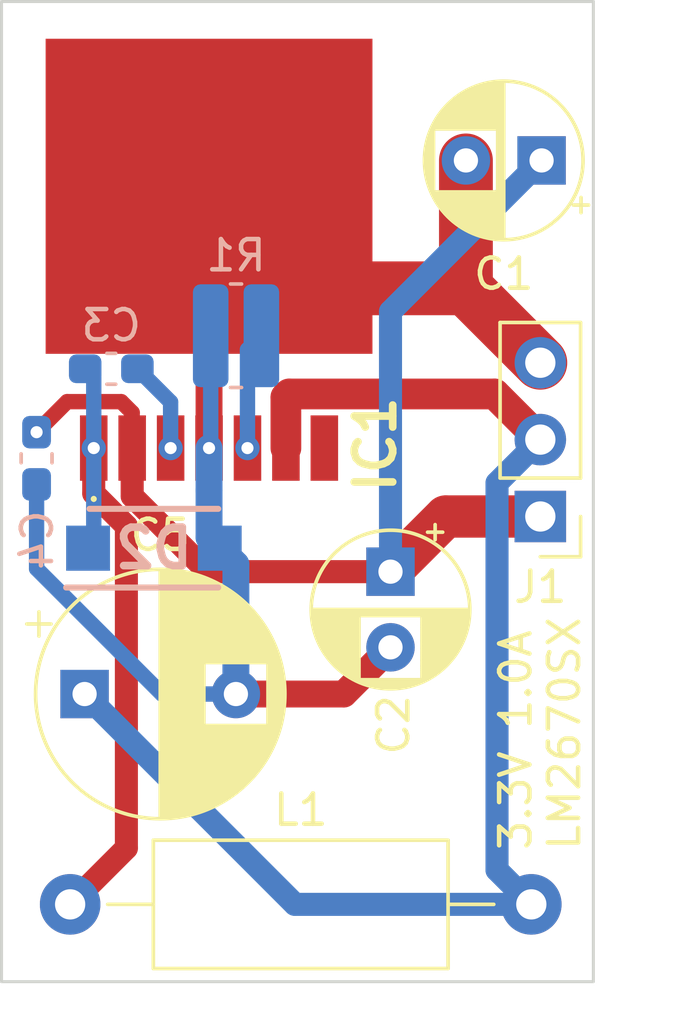
<source format=kicad_pcb>
(kicad_pcb (version 20221018) (generator pcbnew)
  (layers (0 "F.Cu" signal) (31 "B.Cu" signal) (34 "B.Paste" user) (35 "F.Paste" user) (36 "B.SilkS" user "B.Silkscreen") (37 "F.SilkS" user "F.Silkscreen") (38 "B.Mask" user) (39 "F.Mask" user) (44 "Edge.Cuts" user))
  (net 0 "")
  (net 1 "+VDC")
  (net 2 "GND")
  (net 3 "Net-(IC1-CBOOST{slash}CB)")
  (net 4 "Net-(IC1-SWITCH_OUTPUT)")
  (net 5 "+3V3")
  (net 6 "Net-(IC1-SYNC)")
  (footprint "Connector_PinHeader_2.54mm:PinHeader_1x03_P2.54mm_Vertical" (layer "F.Cu") (at 188.7477 101.4702 180)
    (fp_text reference "J1" (at 0 -2.33 180) (layer "F.SilkS"))
    (fp_text value "Conn_01x03")
    (fp_line (start -1.33 -1.33) (end 0 -1.33) (stroke (width 0.12)) (layer "F.SilkS"))
    (fp_line (start -1.33 0) (end -1.33 -1.33) (stroke (width 0.12)) (layer "F.SilkS"))
    (fp_line (start -1.33 1.27) (end -1.33 6.41) (stroke (width 0.12)) (layer "F.SilkS"))
    (fp_line (start -1.33 1.27) (end 1.33 1.27) (stroke (width 0.12)) (layer "F.SilkS"))
    (fp_line (start -1.33 6.41) (end 1.33 6.41) (stroke (width 0.12)) (layer "F.SilkS"))
    (fp_line (start 1.33 1.27) (end 1.33 6.41) (stroke (width 0.12)) (layer "F.SilkS"))
    (pad "1" thru_hole rect (at 0 0 180) (size 1.7 1.7) (drill 1) (layers "*.Cu" "*.Mask") (net 1 "+VDC"))
    (pad "2" thru_hole oval (at 0 2.54 180) (size 1.7 1.7) (drill 1) (layers "*.Cu" "*.Mask") (net 5 "+3V3"))
    (pad "3" thru_hole oval (at 0 5.08 180) (size 1.7 1.7) (drill 1) (layers "*.Cu" "*.Mask") (net 2 "GND"))
  )
  (footprint "Capacitor_THT:CP_Radial_D5.0mm_P2.50mm" (layer "F.Cu") (at 183.796514 103.293055 -90)
    (fp_text reference "C2" (at 5.063043 -0.099899 90) (layer "F.SilkS"))
    (fp_text value "15uF")
    (fp_line (start -1.554775 -1.475) (end -1.054775 -1.475) (stroke (width 0.12)) (layer "F.SilkS"))
    (fp_line (start -1.304775 -1.725) (end -1.304775 -1.225) (stroke (width 0.12)) (layer "F.SilkS"))
    (fp_line (start 1.25 -2.58) (end 1.25 2.58) (stroke (width 0.12)) (layer "F.SilkS"))
    (fp_line (start 1.29 -2.58) (end 1.29 2.58) (stroke (width 0.12)) (layer "F.SilkS"))
    (fp_line (start 1.33 -2.579) (end 1.33 2.579) (stroke (width 0.12)) (layer "F.SilkS"))
    (fp_line (start 1.37 -2.578) (end 1.37 2.578) (stroke (width 0.12)) (layer "F.SilkS"))
    (fp_line (start 1.41 -2.576) (end 1.41 2.576) (stroke (width 0.12)) (layer "F.SilkS"))
    (fp_line (start 1.45 -2.573) (end 1.45 2.573) (stroke (width 0.12)) (layer "F.SilkS"))
    (fp_line (start 1.49 -2.569) (end 1.49 -1.04) (stroke (width 0.12)) (layer "F.SilkS"))
    (fp_line (start 1.49 1.04) (end 1.49 2.569) (stroke (width 0.12)) (layer "F.SilkS"))
    (fp_line (start 1.53 -2.565) (end 1.53 -1.04) (stroke (width 0.12)) (layer "F.SilkS"))
    (fp_line (start 1.53 1.04) (end 1.53 2.565) (stroke (width 0.12)) (layer "F.SilkS"))
    (fp_line (start 1.57 -2.561) (end 1.57 -1.04) (stroke (width 0.12)) (layer "F.SilkS"))
    (fp_line (start 1.57 1.04) (end 1.57 2.561) (stroke (width 0.12)) (layer "F.SilkS"))
    (fp_line (start 1.61 -2.556) (end 1.61 -1.04) (stroke (width 0.12)) (layer "F.SilkS"))
    (fp_line (start 1.61 1.04) (end 1.61 2.556) (stroke (width 0.12)) (layer "F.SilkS"))
    (fp_line (start 1.65 -2.55) (end 1.65 -1.04) (stroke (width 0.12)) (layer "F.SilkS"))
    (fp_line (start 1.65 1.04) (end 1.65 2.55) (stroke (width 0.12)) (layer "F.SilkS"))
    (fp_line (start 1.69 -2.543) (end 1.69 -1.04) (stroke (width 0.12)) (layer "F.SilkS"))
    (fp_line (start 1.69 1.04) (end 1.69 2.543) (stroke (width 0.12)) (layer "F.SilkS"))
    (fp_line (start 1.73 -2.536) (end 1.73 -1.04) (stroke (width 0.12)) (layer "F.SilkS"))
    (fp_line (start 1.73 1.04) (end 1.73 2.536) (stroke (width 0.12)) (layer "F.SilkS"))
    (fp_line (start 1.77 -2.528) (end 1.77 -1.04) (stroke (width 0.12)) (layer "F.SilkS"))
    (fp_line (start 1.77 1.04) (end 1.77 2.528) (stroke (width 0.12)) (layer "F.SilkS"))
    (fp_line (start 1.81 -2.52) (end 1.81 -1.04) (stroke (width 0.12)) (layer "F.SilkS"))
    (fp_line (start 1.81 1.04) (end 1.81 2.52) (stroke (width 0.12)) (layer "F.SilkS"))
    (fp_line (start 1.85 -2.511) (end 1.85 -1.04) (stroke (width 0.12)) (layer "F.SilkS"))
    (fp_line (start 1.85 1.04) (end 1.85 2.511) (stroke (width 0.12)) (layer "F.SilkS"))
    (fp_line (start 1.89 -2.501) (end 1.89 -1.04) (stroke (width 0.12)) (layer "F.SilkS"))
    (fp_line (start 1.89 1.04) (end 1.89 2.501) (stroke (width 0.12)) (layer "F.SilkS"))
    (fp_line (start 1.93 -2.491) (end 1.93 -1.04) (stroke (width 0.12)) (layer "F.SilkS"))
    (fp_line (start 1.93 1.04) (end 1.93 2.491) (stroke (width 0.12)) (layer "F.SilkS"))
    (fp_line (start 1.971 -2.48) (end 1.971 -1.04) (stroke (width 0.12)) (layer "F.SilkS"))
    (fp_line (start 1.971 1.04) (end 1.971 2.48) (stroke (width 0.12)) (layer "F.SilkS"))
    (fp_line (start 2.011 -2.468) (end 2.011 -1.04) (stroke (width 0.12)) (layer "F.SilkS"))
    (fp_line (start 2.011 1.04) (end 2.011 2.468) (stroke (width 0.12)) (layer "F.SilkS"))
    (fp_line (start 2.051 -2.455) (end 2.051 -1.04) (stroke (width 0.12)) (layer "F.SilkS"))
    (fp_line (start 2.051 1.04) (end 2.051 2.455) (stroke (width 0.12)) (layer "F.SilkS"))
    (fp_line (start 2.091 -2.442) (end 2.091 -1.04) (stroke (width 0.12)) (layer "F.SilkS"))
    (fp_line (start 2.091 1.04) (end 2.091 2.442) (stroke (width 0.12)) (layer "F.SilkS"))
    (fp_line (start 2.131 -2.428) (end 2.131 -1.04) (stroke (width 0.12)) (layer "F.SilkS"))
    (fp_line (start 2.131 1.04) (end 2.131 2.428) (stroke (width 0.12)) (layer "F.SilkS"))
    (fp_line (start 2.171 -2.414) (end 2.171 -1.04) (stroke (width 0.12)) (layer "F.SilkS"))
    (fp_line (start 2.171 1.04) (end 2.171 2.414) (stroke (width 0.12)) (layer "F.SilkS"))
    (fp_line (start 2.211 -2.398) (end 2.211 -1.04) (stroke (width 0.12)) (layer "F.SilkS"))
    (fp_line (start 2.211 1.04) (end 2.211 2.398) (stroke (width 0.12)) (layer "F.SilkS"))
    (fp_line (start 2.251 -2.382) (end 2.251 -1.04) (stroke (width 0.12)) (layer "F.SilkS"))
    (fp_line (start 2.251 1.04) (end 2.251 2.382) (stroke (width 0.12)) (layer "F.SilkS"))
    (fp_line (start 2.291 -2.365) (end 2.291 -1.04) (stroke (width 0.12)) (layer "F.SilkS"))
    (fp_line (start 2.291 1.04) (end 2.291 2.365) (stroke (width 0.12)) (layer "F.SilkS"))
    (fp_line (start 2.331 -2.348) (end 2.331 -1.04) (stroke (width 0.12)) (layer "F.SilkS"))
    (fp_line (start 2.331 1.04) (end 2.331 2.348) (stroke (width 0.12)) (layer "F.SilkS"))
    (fp_line (start 2.371 -2.329) (end 2.371 -1.04) (stroke (width 0.12)) (layer "F.SilkS"))
    (fp_line (start 2.371 1.04) (end 2.371 2.329) (stroke (width 0.12)) (layer "F.SilkS"))
    (fp_line (start 2.411 -2.31) (end 2.411 -1.04) (stroke (width 0.12)) (layer "F.SilkS"))
    (fp_line (start 2.411 1.04) (end 2.411 2.31) (stroke (width 0.12)) (layer "F.SilkS"))
    (fp_line (start 2.451 -2.29) (end 2.451 -1.04) (stroke (width 0.12)) (layer "F.SilkS"))
    (fp_line (start 2.451 1.04) (end 2.451 2.29) (stroke (width 0.12)) (layer "F.SilkS"))
    (fp_line (start 2.491 -2.268) (end 2.491 -1.04) (stroke (width 0.12)) (layer "F.SilkS"))
    (fp_line (start 2.491 1.04) (end 2.491 2.268) (stroke (width 0.12)) (layer "F.SilkS"))
    (fp_line (start 2.531 -2.247) (end 2.531 -1.04) (stroke (width 0.12)) (layer "F.SilkS"))
    (fp_line (start 2.531 1.04) (end 2.531 2.247) (stroke (width 0.12)) (layer "F.SilkS"))
    (fp_line (start 2.571 -2.224) (end 2.571 -1.04) (stroke (width 0.12)) (layer "F.SilkS"))
    (fp_line (start 2.571 1.04) (end 2.571 2.224) (stroke (width 0.12)) (layer "F.SilkS"))
    (fp_line (start 2.611 -2.2) (end 2.611 -1.04) (stroke (width 0.12)) (layer "F.SilkS"))
    (fp_line (start 2.611 1.04) (end 2.611 2.2) (stroke (width 0.12)) (layer "F.SilkS"))
    (fp_line (start 2.651 -2.175) (end 2.651 -1.04) (stroke (width 0.12)) (layer "F.SilkS"))
    (fp_line (start 2.651 1.04) (end 2.651 2.175) (stroke (width 0.12)) (layer "F.SilkS"))
    (fp_line (start 2.691 -2.149) (end 2.691 -1.04) (stroke (width 0.12)) (layer "F.SilkS"))
    (fp_line (start 2.691 1.04) (end 2.691 2.149) (stroke (width 0.12)) (layer "F.SilkS"))
    (fp_line (start 2.731 -2.122) (end 2.731 -1.04) (stroke (width 0.12)) (layer "F.SilkS"))
    (fp_line (start 2.731 1.04) (end 2.731 2.122) (stroke (width 0.12)) (layer "F.SilkS"))
    (fp_line (start 2.771 -2.095) (end 2.771 -1.04) (stroke (width 0.12)) (layer "F.SilkS"))
    (fp_line (start 2.771 1.04) (end 2.771 2.095) (stroke (width 0.12)) (layer "F.SilkS"))
    (fp_line (start 2.811 -2.065) (end 2.811 -1.04) (stroke (width 0.12)) (layer "F.SilkS"))
    (fp_line (start 2.811 1.04) (end 2.811 2.065) (stroke (width 0.12)) (layer "F.SilkS"))
    (fp_line (start 2.851 -2.035) (end 2.851 -1.04) (stroke (width 0.12)) (layer "F.SilkS"))
    (fp_line (start 2.851 1.04) (end 2.851 2.035) (stroke (width 0.12)) (layer "F.SilkS"))
    (fp_line (start 2.891 -2.004) (end 2.891 -1.04) (stroke (width 0.12)) (layer "F.SilkS"))
    (fp_line (start 2.891 1.04) (end 2.891 2.004) (stroke (width 0.12)) (layer "F.SilkS"))
    (fp_line (start 2.931 -1.971) (end 2.931 -1.04) (stroke (width 0.12)) (layer "F.SilkS"))
    (fp_line (start 2.931 1.04) (end 2.931 1.971) (stroke (width 0.12)) (layer "F.SilkS"))
    (fp_line (start 2.971 -1.937) (end 2.971 -1.04) (stroke (width 0.12)) (layer "F.SilkS"))
    (fp_line (start 2.971 1.04) (end 2.971 1.937) (stroke (width 0.12)) (layer "F.SilkS"))
    (fp_line (start 3.011 -1.901) (end 3.011 -1.04) (stroke (width 0.12)) (layer "F.SilkS"))
    (fp_line (start 3.011 1.04) (end 3.011 1.901) (stroke (width 0.12)) (layer "F.SilkS"))
    (fp_line (start 3.051 -1.864) (end 3.051 -1.04) (stroke (width 0.12)) (layer "F.SilkS"))
    (fp_line (start 3.051 1.04) (end 3.051 1.864) (stroke (width 0.12)) (layer "F.SilkS"))
    (fp_line (start 3.091 -1.826) (end 3.091 -1.04) (stroke (width 0.12)) (layer "F.SilkS"))
    (fp_line (start 3.091 1.04) (end 3.091 1.826) (stroke (width 0.12)) (layer "F.SilkS"))
    (fp_line (start 3.131 -1.785) (end 3.131 -1.04) (stroke (width 0.12)) (layer "F.SilkS"))
    (fp_line (start 3.131 1.04) (end 3.131 1.785) (stroke (width 0.12)) (layer "F.SilkS"))
    (fp_line (start 3.171 -1.743) (end 3.171 -1.04) (stroke (width 0.12)) (layer "F.SilkS"))
    (fp_line (start 3.171 1.04) (end 3.171 1.743) (stroke (width 0.12)) (layer "F.SilkS"))
    (fp_line (start 3.211 -1.699) (end 3.211 -1.04) (stroke (width 0.12)) (layer "F.SilkS"))
    (fp_line (start 3.211 1.04) (end 3.211 1.699) (stroke (width 0.12)) (layer "F.SilkS"))
    (fp_line (start 3.251 -1.653) (end 3.251 -1.04) (stroke (width 0.12)) (layer "F.SilkS"))
    (fp_line (start 3.251 1.04) (end 3.251 1.653) (stroke (width 0.12)) (layer "F.SilkS"))
    (fp_line (start 3.291 -1.605) (end 3.291 -1.04) (stroke (width 0.12)) (layer "F.SilkS"))
    (fp_line (start 3.291 1.04) (end 3.291 1.605) (stroke (width 0.12)) (layer "F.SilkS"))
    (fp_line (start 3.331 -1.554) (end 3.331 -1.04) (stroke (width 0.12)) (layer "F.SilkS"))
    (fp_line (start 3.331 1.04) (end 3.331 1.554) (stroke (width 0.12)) (layer "F.SilkS"))
    (fp_line (start 3.371 -1.5) (end 3.371 -1.04) (stroke (width 0.12)) (layer "F.SilkS"))
    (fp_line (start 3.371 1.04) (end 3.371 1.5) (stroke (width 0.12)) (layer "F.SilkS"))
    (fp_line (start 3.411 -1.443) (end 3.411 -1.04) (stroke (width 0.12)) (layer "F.SilkS"))
    (fp_line (start 3.411 1.04) (end 3.411 1.443) (stroke (width 0.12)) (layer "F.SilkS"))
    (fp_line (start 3.451 -1.383) (end 3.451 -1.04) (stroke (width 0.12)) (layer "F.SilkS"))
    (fp_line (start 3.451 1.04) (end 3.451 1.383) (stroke (width 0.12)) (layer "F.SilkS"))
    (fp_line (start 3.491 -1.319) (end 3.491 -1.04) (stroke (width 0.12)) (layer "F.SilkS"))
    (fp_line (start 3.491 1.04) (end 3.491 1.319) (stroke (width 0.12)) (layer "F.SilkS"))
    (fp_line (start 3.531 -1.251) (end 3.531 -1.04) (stroke (width 0.12)) (layer "F.SilkS"))
    (fp_line (start 3.531 1.04) (end 3.531 1.251) (stroke (width 0.12)) (layer "F.SilkS"))
    (fp_line (start 3.571 -1.178) (end 3.571 1.178) (stroke (width 0.12)) (layer "F.SilkS"))
    (fp_line (start 3.611 -1.098) (end 3.611 1.098) (stroke (width 0.12)) (layer "F.SilkS"))
    (fp_line (start 3.651 -1.011) (end 3.651 1.011) (stroke (width 0.12)) (layer "F.SilkS"))
    (fp_line (start 3.691 -0.915) (end 3.691 0.915) (stroke (width 0.12)) (layer "F.SilkS"))
    (fp_line (start 3.731 -0.805) (end 3.731 0.805) (stroke (width 0.12)) (layer "F.SilkS"))
    (fp_line (start 3.771 -0.677) (end 3.771 0.677) (stroke (width 0.12)) (layer "F.SilkS"))
    (fp_line (start 3.811 -0.518) (end 3.811 0.518) (stroke (width 0.12)) (layer "F.SilkS"))
    (fp_line (start 3.851 -0.284) (end 3.851 0.284) (stroke (width 0.12)) (layer "F.SilkS"))
    (fp_circle (center 1.25 0) (end 3.87 0) (stroke (width 0.12)) (fill none) (layer "F.SilkS"))
    (pad "1" thru_hole rect (at 0 0 270) (size 1.6 1.6) (drill 0.8) (layers "*.Cu" "*.Mask") (net 1 "+VDC"))
    (pad "2" thru_hole circle (at 2.5 0 270) (size 1.6 1.6) (drill 0.8) (layers "*.Cu" "*.Mask") (net 2 "GND"))
  )
  (footprint "Capacitor_THT:CP_Radial_D5.0mm_P2.50mm" (layer "F.Cu") (at 188.788945 89.705684 180)
    (fp_text reference "C1" (at 1.25 -3.75) (layer "F.SilkS"))
    (fp_text value "15uF")
    (fp_line (start -1.554775 -1.475) (end -1.054775 -1.475) (stroke (width 0.12)) (layer "F.SilkS"))
    (fp_line (start -1.304775 -1.725) (end -1.304775 -1.225) (stroke (width 0.12)) (layer "F.SilkS"))
    (fp_line (start 1.25 -2.58) (end 1.25 2.58) (stroke (width 0.12)) (layer "F.SilkS"))
    (fp_line (start 1.29 -2.58) (end 1.29 2.58) (stroke (width 0.12)) (layer "F.SilkS"))
    (fp_line (start 1.33 -2.579) (end 1.33 2.579) (stroke (width 0.12)) (layer "F.SilkS"))
    (fp_line (start 1.37 -2.578) (end 1.37 2.578) (stroke (width 0.12)) (layer "F.SilkS"))
    (fp_line (start 1.41 -2.576) (end 1.41 2.576) (stroke (width 0.12)) (layer "F.SilkS"))
    (fp_line (start 1.45 -2.573) (end 1.45 2.573) (stroke (width 0.12)) (layer "F.SilkS"))
    (fp_line (start 1.49 -2.569) (end 1.49 -1.04) (stroke (width 0.12)) (layer "F.SilkS"))
    (fp_line (start 1.49 1.04) (end 1.49 2.569) (stroke (width 0.12)) (layer "F.SilkS"))
    (fp_line (start 1.53 -2.565) (end 1.53 -1.04) (stroke (width 0.12)) (layer "F.SilkS"))
    (fp_line (start 1.53 1.04) (end 1.53 2.565) (stroke (width 0.12)) (layer "F.SilkS"))
    (fp_line (start 1.57 -2.561) (end 1.57 -1.04) (stroke (width 0.12)) (layer "F.SilkS"))
    (fp_line (start 1.57 1.04) (end 1.57 2.561) (stroke (width 0.12)) (layer "F.SilkS"))
    (fp_line (start 1.61 -2.556) (end 1.61 -1.04) (stroke (width 0.12)) (layer "F.SilkS"))
    (fp_line (start 1.61 1.04) (end 1.61 2.556) (stroke (width 0.12)) (layer "F.SilkS"))
    (fp_line (start 1.65 -2.55) (end 1.65 -1.04) (stroke (width 0.12)) (layer "F.SilkS"))
    (fp_line (start 1.65 1.04) (end 1.65 2.55) (stroke (width 0.12)) (layer "F.SilkS"))
    (fp_line (start 1.69 -2.543) (end 1.69 -1.04) (stroke (width 0.12)) (layer "F.SilkS"))
    (fp_line (start 1.69 1.04) (end 1.69 2.543) (stroke (width 0.12)) (layer "F.SilkS"))
    (fp_line (start 1.73 -2.536) (end 1.73 -1.04) (stroke (width 0.12)) (layer "F.SilkS"))
    (fp_line (start 1.73 1.04) (end 1.73 2.536) (stroke (width 0.12)) (layer "F.SilkS"))
    (fp_line (start 1.77 -2.528) (end 1.77 -1.04) (stroke (width 0.12)) (layer "F.SilkS"))
    (fp_line (start 1.77 1.04) (end 1.77 2.528) (stroke (width 0.12)) (layer "F.SilkS"))
    (fp_line (start 1.81 -2.52) (end 1.81 -1.04) (stroke (width 0.12)) (layer "F.SilkS"))
    (fp_line (start 1.81 1.04) (end 1.81 2.52) (stroke (width 0.12)) (layer "F.SilkS"))
    (fp_line (start 1.85 -2.511) (end 1.85 -1.04) (stroke (width 0.12)) (layer "F.SilkS"))
    (fp_line (start 1.85 1.04) (end 1.85 2.511) (stroke (width 0.12)) (layer "F.SilkS"))
    (fp_line (start 1.89 -2.501) (end 1.89 -1.04) (stroke (width 0.12)) (layer "F.SilkS"))
    (fp_line (start 1.89 1.04) (end 1.89 2.501) (stroke (width 0.12)) (layer "F.SilkS"))
    (fp_line (start 1.93 -2.491) (end 1.93 -1.04) (stroke (width 0.12)) (layer "F.SilkS"))
    (fp_line (start 1.93 1.04) (end 1.93 2.491) (stroke (width 0.12)) (layer "F.SilkS"))
    (fp_line (start 1.971 -2.48) (end 1.971 -1.04) (stroke (width 0.12)) (layer "F.SilkS"))
    (fp_line (start 1.971 1.04) (end 1.971 2.48) (stroke (width 0.12)) (layer "F.SilkS"))
    (fp_line (start 2.011 -2.468) (end 2.011 -1.04) (stroke (width 0.12)) (layer "F.SilkS"))
    (fp_line (start 2.011 1.04) (end 2.011 2.468) (stroke (width 0.12)) (layer "F.SilkS"))
    (fp_line (start 2.051 -2.455) (end 2.051 -1.04) (stroke (width 0.12)) (layer "F.SilkS"))
    (fp_line (start 2.051 1.04) (end 2.051 2.455) (stroke (width 0.12)) (layer "F.SilkS"))
    (fp_line (start 2.091 -2.442) (end 2.091 -1.04) (stroke (width 0.12)) (layer "F.SilkS"))
    (fp_line (start 2.091 1.04) (end 2.091 2.442) (stroke (width 0.12)) (layer "F.SilkS"))
    (fp_line (start 2.131 -2.428) (end 2.131 -1.04) (stroke (width 0.12)) (layer "F.SilkS"))
    (fp_line (start 2.131 1.04) (end 2.131 2.428) (stroke (width 0.12)) (layer "F.SilkS"))
    (fp_line (start 2.171 -2.414) (end 2.171 -1.04) (stroke (width 0.12)) (layer "F.SilkS"))
    (fp_line (start 2.171 1.04) (end 2.171 2.414) (stroke (width 0.12)) (layer "F.SilkS"))
    (fp_line (start 2.211 -2.398) (end 2.211 -1.04) (stroke (width 0.12)) (layer "F.SilkS"))
    (fp_line (start 2.211 1.04) (end 2.211 2.398) (stroke (width 0.12)) (layer "F.SilkS"))
    (fp_line (start 2.251 -2.382) (end 2.251 -1.04) (stroke (width 0.12)) (layer "F.SilkS"))
    (fp_line (start 2.251 1.04) (end 2.251 2.382) (stroke (width 0.12)) (layer "F.SilkS"))
    (fp_line (start 2.291 -2.365) (end 2.291 -1.04) (stroke (width 0.12)) (layer "F.SilkS"))
    (fp_line (start 2.291 1.04) (end 2.291 2.365) (stroke (width 0.12)) (layer "F.SilkS"))
    (fp_line (start 2.331 -2.348) (end 2.331 -1.04) (stroke (width 0.12)) (layer "F.SilkS"))
    (fp_line (start 2.331 1.04) (end 2.331 2.348) (stroke (width 0.12)) (layer "F.SilkS"))
    (fp_line (start 2.371 -2.329) (end 2.371 -1.04) (stroke (width 0.12)) (layer "F.SilkS"))
    (fp_line (start 2.371 1.04) (end 2.371 2.329) (stroke (width 0.12)) (layer "F.SilkS"))
    (fp_line (start 2.411 -2.31) (end 2.411 -1.04) (stroke (width 0.12)) (layer "F.SilkS"))
    (fp_line (start 2.411 1.04) (end 2.411 2.31) (stroke (width 0.12)) (layer "F.SilkS"))
    (fp_line (start 2.451 -2.29) (end 2.451 -1.04) (stroke (width 0.12)) (layer "F.SilkS"))
    (fp_line (start 2.451 1.04) (end 2.451 2.29) (stroke (width 0.12)) (layer "F.SilkS"))
    (fp_line (start 2.491 -2.268) (end 2.491 -1.04) (stroke (width 0.12)) (layer "F.SilkS"))
    (fp_line (start 2.491 1.04) (end 2.491 2.268) (stroke (width 0.12)) (layer "F.SilkS"))
    (fp_line (start 2.531 -2.247) (end 2.531 -1.04) (stroke (width 0.12)) (layer "F.SilkS"))
    (fp_line (start 2.531 1.04) (end 2.531 2.247) (stroke (width 0.12)) (layer "F.SilkS"))
    (fp_line (start 2.571 -2.224) (end 2.571 -1.04) (stroke (width 0.12)) (layer "F.SilkS"))
    (fp_line (start 2.571 1.04) (end 2.571 2.224) (stroke (width 0.12)) (layer "F.SilkS"))
    (fp_line (start 2.611 -2.2) (end 2.611 -1.04) (stroke (width 0.12)) (layer "F.SilkS"))
    (fp_line (start 2.611 1.04) (end 2.611 2.2) (stroke (width 0.12)) (layer "F.SilkS"))
    (fp_line (start 2.651 -2.175) (end 2.651 -1.04) (stroke (width 0.12)) (layer "F.SilkS"))
    (fp_line (start 2.651 1.04) (end 2.651 2.175) (stroke (width 0.12)) (layer "F.SilkS"))
    (fp_line (start 2.691 -2.149) (end 2.691 -1.04) (stroke (width 0.12)) (layer "F.SilkS"))
    (fp_line (start 2.691 1.04) (end 2.691 2.149) (stroke (width 0.12)) (layer "F.SilkS"))
    (fp_line (start 2.731 -2.122) (end 2.731 -1.04) (stroke (width 0.12)) (layer "F.SilkS"))
    (fp_line (start 2.731 1.04) (end 2.731 2.122) (stroke (width 0.12)) (layer "F.SilkS"))
    (fp_line (start 2.771 -2.095) (end 2.771 -1.04) (stroke (width 0.12)) (layer "F.SilkS"))
    (fp_line (start 2.771 1.04) (end 2.771 2.095) (stroke (width 0.12)) (layer "F.SilkS"))
    (fp_line (start 2.811 -2.065) (end 2.811 -1.04) (stroke (width 0.12)) (layer "F.SilkS"))
    (fp_line (start 2.811 1.04) (end 2.811 2.065) (stroke (width 0.12)) (layer "F.SilkS"))
    (fp_line (start 2.851 -2.035) (end 2.851 -1.04) (stroke (width 0.12)) (layer "F.SilkS"))
    (fp_line (start 2.851 1.04) (end 2.851 2.035) (stroke (width 0.12)) (layer "F.SilkS"))
    (fp_line (start 2.891 -2.004) (end 2.891 -1.04) (stroke (width 0.12)) (layer "F.SilkS"))
    (fp_line (start 2.891 1.04) (end 2.891 2.004) (stroke (width 0.12)) (layer "F.SilkS"))
    (fp_line (start 2.931 -1.971) (end 2.931 -1.04) (stroke (width 0.12)) (layer "F.SilkS"))
    (fp_line (start 2.931 1.04) (end 2.931 1.971) (stroke (width 0.12)) (layer "F.SilkS"))
    (fp_line (start 2.971 -1.937) (end 2.971 -1.04) (stroke (width 0.12)) (layer "F.SilkS"))
    (fp_line (start 2.971 1.04) (end 2.971 1.937) (stroke (width 0.12)) (layer "F.SilkS"))
    (fp_line (start 3.011 -1.901) (end 3.011 -1.04) (stroke (width 0.12)) (layer "F.SilkS"))
    (fp_line (start 3.011 1.04) (end 3.011 1.901) (stroke (width 0.12)) (layer "F.SilkS"))
    (fp_line (start 3.051 -1.864) (end 3.051 -1.04) (stroke (width 0.12)) (layer "F.SilkS"))
    (fp_line (start 3.051 1.04) (end 3.051 1.864) (stroke (width 0.12)) (layer "F.SilkS"))
    (fp_line (start 3.091 -1.826) (end 3.091 -1.04) (stroke (width 0.12)) (layer "F.SilkS"))
    (fp_line (start 3.091 1.04) (end 3.091 1.826) (stroke (width 0.12)) (layer "F.SilkS"))
    (fp_line (start 3.131 -1.785) (end 3.131 -1.04) (stroke (width 0.12)) (layer "F.SilkS"))
    (fp_line (start 3.131 1.04) (end 3.131 1.785) (stroke (width 0.12)) (layer "F.SilkS"))
    (fp_line (start 3.171 -1.743) (end 3.171 -1.04) (stroke (width 0.12)) (layer "F.SilkS"))
    (fp_line (start 3.171 1.04) (end 3.171 1.743) (stroke (width 0.12)) (layer "F.SilkS"))
    (fp_line (start 3.211 -1.699) (end 3.211 -1.04) (stroke (width 0.12)) (layer "F.SilkS"))
    (fp_line (start 3.211 1.04) (end 3.211 1.699) (stroke (width 0.12)) (layer "F.SilkS"))
    (fp_line (start 3.251 -1.653) (end 3.251 -1.04) (stroke (width 0.12)) (layer "F.SilkS"))
    (fp_line (start 3.251 1.04) (end 3.251 1.653) (stroke (width 0.12)) (layer "F.SilkS"))
    (fp_line (start 3.291 -1.605) (end 3.291 -1.04) (stroke (width 0.12)) (layer "F.SilkS"))
    (fp_line (start 3.291 1.04) (end 3.291 1.605) (stroke (width 0.12)) (layer "F.SilkS"))
    (fp_line (start 3.331 -1.554) (end 3.331 -1.04) (stroke (width 0.12)) (layer "F.SilkS"))
    (fp_line (start 3.331 1.04) (end 3.331 1.554) (stroke (width 0.12)) (layer "F.SilkS"))
    (fp_line (start 3.371 -1.5) (end 3.371 -1.04) (stroke (width 0.12)) (layer "F.SilkS"))
    (fp_line (start 3.371 1.04) (end 3.371 1.5) (stroke (width 0.12)) (layer "F.SilkS"))
    (fp_line (start 3.411 -1.443) (end 3.411 -1.04) (stroke (width 0.12)) (layer "F.SilkS"))
    (fp_line (start 3.411 1.04) (end 3.411 1.443) (stroke (width 0.12)) (layer "F.SilkS"))
    (fp_line (start 3.451 -1.383) (end 3.451 -1.04) (stroke (width 0.12)) (layer "F.SilkS"))
    (fp_line (start 3.451 1.04) (end 3.451 1.383) (stroke (width 0.12)) (layer "F.SilkS"))
    (fp_line (start 3.491 -1.319) (end 3.491 -1.04) (stroke (width 0.12)) (layer "F.SilkS"))
    (fp_line (start 3.491 1.04) (end 3.491 1.319) (stroke (width 0.12)) (layer "F.SilkS"))
    (fp_line (start 3.531 -1.251) (end 3.531 -1.04) (stroke (width 0.12)) (layer "F.SilkS"))
    (fp_line (start 3.531 1.04) (end 3.531 1.251) (stroke (width 0.12)) (layer "F.SilkS"))
    (fp_line (start 3.571 -1.178) (end 3.571 1.178) (stroke (width 0.12)) (layer "F.SilkS"))
    (fp_line (start 3.611 -1.098) (end 3.611 1.098) (stroke (width 0.12)) (layer "F.SilkS"))
    (fp_line (start 3.651 -1.011) (end 3.651 1.011) (stroke (width 0.12)) (layer "F.SilkS"))
    (fp_line (start 3.691 -0.915) (end 3.691 0.915) (stroke (width 0.12)) (layer "F.SilkS"))
    (fp_line (start 3.731 -0.805) (end 3.731 0.805) (stroke (width 0.12)) (layer "F.SilkS"))
    (fp_line (start 3.771 -0.677) (end 3.771 0.677) (stroke (width 0.12)) (layer "F.SilkS"))
    (fp_line (start 3.811 -0.518) (end 3.811 0.518) (stroke (width 0.12)) (layer "F.SilkS"))
    (fp_line (start 3.851 -0.284) (end 3.851 0.284) (stroke (width 0.12)) (layer "F.SilkS"))
    (fp_circle (center 1.25 0) (end 3.87 0) (stroke (width 0.12)) (fill none) (layer "F.SilkS"))
    (pad "1" thru_hole rect (at 0 0 180) (size 1.6 1.6) (drill 0.8) (layers "*.Cu" "*.Mask") (net 1 "+VDC"))
    (pad "2" thru_hole circle (at 2.5 0 180) (size 1.6 1.6) (drill 0.8) (layers "*.Cu" "*.Mask") (net 2 "GND"))
  )
  (footprint "Capacitor_THT:CP_Radial_D8.0mm_P5.00mm" (layer "F.Cu") (at 173.687637 107.336169)
    (fp_text reference "C5" (at 2.5 -5.25) (layer "F.SilkS"))
    (fp_text value "120uF")
    (fp_line (start -1.909698 -2.315) (end -1.109698 -2.315) (stroke (width 0.12)) (layer "F.SilkS"))
    (fp_line (start -1.509698 -2.715) (end -1.509698 -1.915) (stroke (width 0.12)) (layer "F.SilkS"))
    (fp_line (start 2.5 -4.08) (end 2.5 4.08) (stroke (width 0.12)) (layer "F.SilkS"))
    (fp_line (start 2.54 -4.08) (end 2.54 4.08) (stroke (width 0.12)) (layer "F.SilkS"))
    (fp_line (start 2.58 -4.08) (end 2.58 4.08) (stroke (width 0.12)) (layer "F.SilkS"))
    (fp_line (start 2.62 -4.079) (end 2.62 4.079) (stroke (width 0.12)) (layer "F.SilkS"))
    (fp_line (start 2.66 -4.077) (end 2.66 4.077) (stroke (width 0.12)) (layer "F.SilkS"))
    (fp_line (start 2.7 -4.076) (end 2.7 4.076) (stroke (width 0.12)) (layer "F.SilkS"))
    (fp_line (start 2.74 -4.074) (end 2.74 4.074) (stroke (width 0.12)) (layer "F.SilkS"))
    (fp_line (start 2.78 -4.071) (end 2.78 4.071) (stroke (width 0.12)) (layer "F.SilkS"))
    (fp_line (start 2.82 -4.068) (end 2.82 4.068) (stroke (width 0.12)) (layer "F.SilkS"))
    (fp_line (start 2.86 -4.065) (end 2.86 4.065) (stroke (width 0.12)) (layer "F.SilkS"))
    (fp_line (start 2.9 -4.061) (end 2.9 4.061) (stroke (width 0.12)) (layer "F.SilkS"))
    (fp_line (start 2.94 -4.057) (end 2.94 4.057) (stroke (width 0.12)) (layer "F.SilkS"))
    (fp_line (start 2.98 -4.052) (end 2.98 4.052) (stroke (width 0.12)) (layer "F.SilkS"))
    (fp_line (start 3.02 -4.048) (end 3.02 4.048) (stroke (width 0.12)) (layer "F.SilkS"))
    (fp_line (start 3.06 -4.042) (end 3.06 4.042) (stroke (width 0.12)) (layer "F.SilkS"))
    (fp_line (start 3.1 -4.037) (end 3.1 4.037) (stroke (width 0.12)) (layer "F.SilkS"))
    (fp_line (start 3.14 -4.03) (end 3.14 4.03) (stroke (width 0.12)) (layer "F.SilkS"))
    (fp_line (start 3.18 -4.024) (end 3.18 4.024) (stroke (width 0.12)) (layer "F.SilkS"))
    (fp_line (start 3.221 -4.017) (end 3.221 4.017) (stroke (width 0.12)) (layer "F.SilkS"))
    (fp_line (start 3.261 -4.01) (end 3.261 4.01) (stroke (width 0.12)) (layer "F.SilkS"))
    (fp_line (start 3.301 -4.002) (end 3.301 4.002) (stroke (width 0.12)) (layer "F.SilkS"))
    (fp_line (start 3.341 -3.994) (end 3.341 3.994) (stroke (width 0.12)) (layer "F.SilkS"))
    (fp_line (start 3.381 -3.985) (end 3.381 3.985) (stroke (width 0.12)) (layer "F.SilkS"))
    (fp_line (start 3.421 -3.976) (end 3.421 3.976) (stroke (width 0.12)) (layer "F.SilkS"))
    (fp_line (start 3.461 -3.967) (end 3.461 3.967) (stroke (width 0.12)) (layer "F.SilkS"))
    (fp_line (start 3.501 -3.957) (end 3.501 3.957) (stroke (width 0.12)) (layer "F.SilkS"))
    (fp_line (start 3.541 -3.947) (end 3.541 3.947) (stroke (width 0.12)) (layer "F.SilkS"))
    (fp_line (start 3.581 -3.936) (end 3.581 3.936) (stroke (width 0.12)) (layer "F.SilkS"))
    (fp_line (start 3.621 -3.925) (end 3.621 3.925) (stroke (width 0.12)) (layer "F.SilkS"))
    (fp_line (start 3.661 -3.914) (end 3.661 3.914) (stroke (width 0.12)) (layer "F.SilkS"))
    (fp_line (start 3.701 -3.902) (end 3.701 3.902) (stroke (width 0.12)) (layer "F.SilkS"))
    (fp_line (start 3.741 -3.889) (end 3.741 3.889) (stroke (width 0.12)) (layer "F.SilkS"))
    (fp_line (start 3.781 -3.877) (end 3.781 3.877) (stroke (width 0.12)) (layer "F.SilkS"))
    (fp_line (start 3.821 -3.863) (end 3.821 3.863) (stroke (width 0.12)) (layer "F.SilkS"))
    (fp_line (start 3.861 -3.85) (end 3.861 3.85) (stroke (width 0.12)) (layer "F.SilkS"))
    (fp_line (start 3.901 -3.835) (end 3.901 3.835) (stroke (width 0.12)) (layer "F.SilkS"))
    (fp_line (start 3.941 -3.821) (end 3.941 3.821) (stroke (width 0.12)) (layer "F.SilkS"))
    (fp_line (start 3.981 -3.805) (end 3.981 -1.04) (stroke (width 0.12)) (layer "F.SilkS"))
    (fp_line (start 3.981 1.04) (end 3.981 3.805) (stroke (width 0.12)) (layer "F.SilkS"))
    (fp_line (start 4.021 -3.79) (end 4.021 -1.04) (stroke (width 0.12)) (layer "F.SilkS"))
    (fp_line (start 4.021 1.04) (end 4.021 3.79) (stroke (width 0.12)) (layer "F.SilkS"))
    (fp_line (start 4.061 -3.774) (end 4.061 -1.04) (stroke (width 0.12)) (layer "F.SilkS"))
    (fp_line (start 4.061 1.04) (end 4.061 3.774) (stroke (width 0.12)) (layer "F.SilkS"))
    (fp_line (start 4.101 -3.757) (end 4.101 -1.04) (stroke (width 0.12)) (layer "F.SilkS"))
    (fp_line (start 4.101 1.04) (end 4.101 3.757) (stroke (width 0.12)) (layer "F.SilkS"))
    (fp_line (start 4.141 -3.74) (end 4.141 -1.04) (stroke (width 0.12)) (layer "F.SilkS"))
    (fp_line (start 4.141 1.04) (end 4.141 3.74) (stroke (width 0.12)) (layer "F.SilkS"))
    (fp_line (start 4.181 -3.722) (end 4.181 -1.04) (stroke (width 0.12)) (layer "F.SilkS"))
    (fp_line (start 4.181 1.04) (end 4.181 3.722) (stroke (width 0.12)) (layer "F.SilkS"))
    (fp_line (start 4.221 -3.704) (end 4.221 -1.04) (stroke (width 0.12)) (layer "F.SilkS"))
    (fp_line (start 4.221 1.04) (end 4.221 3.704) (stroke (width 0.12)) (layer "F.SilkS"))
    (fp_line (start 4.261 -3.686) (end 4.261 -1.04) (stroke (width 0.12)) (layer "F.SilkS"))
    (fp_line (start 4.261 1.04) (end 4.261 3.686) (stroke (width 0.12)) (layer "F.SilkS"))
    (fp_line (start 4.301 -3.666) (end 4.301 -1.04) (stroke (width 0.12)) (layer "F.SilkS"))
    (fp_line (start 4.301 1.04) (end 4.301 3.666) (stroke (width 0.12)) (layer "F.SilkS"))
    (fp_line (start 4.341 -3.647) (end 4.341 -1.04) (stroke (width 0.12)) (layer "F.SilkS"))
    (fp_line (start 4.341 1.04) (end 4.341 3.647) (stroke (width 0.12)) (layer "F.SilkS"))
    (fp_line (start 4.381 -3.627) (end 4.381 -1.04) (stroke (width 0.12)) (layer "F.SilkS"))
    (fp_line (start 4.381 1.04) (end 4.381 3.627) (stroke (width 0.12)) (layer "F.SilkS"))
    (fp_line (start 4.421 -3.606) (end 4.421 -1.04) (stroke (width 0.12)) (layer "F.SilkS"))
    (fp_line (start 4.421 1.04) (end 4.421 3.606) (stroke (width 0.12)) (layer "F.SilkS"))
    (fp_line (start 4.461 -3.584) (end 4.461 -1.04) (stroke (width 0.12)) (layer "F.SilkS"))
    (fp_line (start 4.461 1.04) (end 4.461 3.584) (stroke (width 0.12)) (layer "F.SilkS"))
    (fp_line (start 4.501 -3.562) (end 4.501 -1.04) (stroke (width 0.12)) (layer "F.SilkS"))
    (fp_line (start 4.501 1.04) (end 4.501 3.562) (stroke (width 0.12)) (layer "F.SilkS"))
    (fp_line (start 4.541 -3.54) (end 4.541 -1.04) (stroke (width 0.12)) (layer "F.SilkS"))
    (fp_line (start 4.541 1.04) (end 4.541 3.54) (stroke (width 0.12)) (layer "F.SilkS"))
    (fp_line (start 4.581 -3.517) (end 4.581 -1.04) (stroke (width 0.12)) (layer "F.SilkS"))
    (fp_line (start 4.581 1.04) (end 4.581 3.517) (stroke (width 0.12)) (layer "F.SilkS"))
    (fp_line (start 4.621 -3.493) (end 4.621 -1.04) (stroke (width 0.12)) (layer "F.SilkS"))
    (fp_line (start 4.621 1.04) (end 4.621 3.493) (stroke (width 0.12)) (layer "F.SilkS"))
    (fp_line (start 4.661 -3.469) (end 4.661 -1.04) (stroke (width 0.12)) (layer "F.SilkS"))
    (fp_line (start 4.661 1.04) (end 4.661 3.469) (stroke (width 0.12)) (layer "F.SilkS"))
    (fp_line (start 4.701 -3.444) (end 4.701 -1.04) (stroke (width 0.12)) (layer "F.SilkS"))
    (fp_line (start 4.701 1.04) (end 4.701 3.444) (stroke (width 0.12)) (layer "F.SilkS"))
    (fp_line (start 4.741 -3.418) (end 4.741 -1.04) (stroke (width 0.12)) (layer "F.SilkS"))
    (fp_line (start 4.741 1.04) (end 4.741 3.418) (stroke (width 0.12)) (layer "F.SilkS"))
    (fp_line (start 4.781 -3.392) (end 4.781 -1.04) (stroke (width 0.12)) (layer "F.SilkS"))
    (fp_line (start 4.781 1.04) (end 4.781 3.392) (stroke (width 0.12)) (layer "F.SilkS"))
    (fp_line (start 4.821 -3.365) (end 4.821 -1.04) (stroke (width 0.12)) (layer "F.SilkS"))
    (fp_line (start 4.821 1.04) (end 4.821 3.365) (stroke (width 0.12)) (layer "F.SilkS"))
    (fp_line (start 4.861 -3.338) (end 4.861 -1.04) (stroke (width 0.12)) (layer "F.SilkS"))
    (fp_line (start 4.861 1.04) (end 4.861 3.338) (stroke (width 0.12)) (layer "F.SilkS"))
    (fp_line (start 4.901 -3.309) (end 4.901 -1.04) (stroke (width 0.12)) (layer "F.SilkS"))
    (fp_line (start 4.901 1.04) (end 4.901 3.309) (stroke (width 0.12)) (layer "F.SilkS"))
    (fp_line (start 4.941 -3.28) (end 4.941 -1.04) (stroke (width 0.12)) (layer "F.SilkS"))
    (fp_line (start 4.941 1.04) (end 4.941 3.28) (stroke (width 0.12)) (layer "F.SilkS"))
    (fp_line (start 4.981 -3.25) (end 4.981 -1.04) (stroke (width 0.12)) (layer "F.SilkS"))
    (fp_line (start 4.981 1.04) (end 4.981 3.25) (stroke (width 0.12)) (layer "F.SilkS"))
    (fp_line (start 5.021 -3.22) (end 5.021 -1.04) (stroke (width 0.12)) (layer "F.SilkS"))
    (fp_line (start 5.021 1.04) (end 5.021 3.22) (stroke (width 0.12)) (layer "F.SilkS"))
    (fp_line (start 5.061 -3.189) (end 5.061 -1.04) (stroke (width 0.12)) (layer "F.SilkS"))
    (fp_line (start 5.061 1.04) (end 5.061 3.189) (stroke (width 0.12)) (layer "F.SilkS"))
    (fp_line (start 5.101 -3.156) (end 5.101 -1.04) (stroke (width 0.12)) (layer "F.SilkS"))
    (fp_line (start 5.101 1.04) (end 5.101 3.156) (stroke (width 0.12)) (layer "F.SilkS"))
    (fp_line (start 5.141 -3.124) (end 5.141 -1.04) (stroke (width 0.12)) (layer "F.SilkS"))
    (fp_line (start 5.141 1.04) (end 5.141 3.124) (stroke (width 0.12)) (layer "F.SilkS"))
    (fp_line (start 5.181 -3.09) (end 5.181 -1.04) (stroke (width 0.12)) (layer "F.SilkS"))
    (fp_line (start 5.181 1.04) (end 5.181 3.09) (stroke (width 0.12)) (layer "F.SilkS"))
    (fp_line (start 5.221 -3.055) (end 5.221 -1.04) (stroke (width 0.12)) (layer "F.SilkS"))
    (fp_line (start 5.221 1.04) (end 5.221 3.055) (stroke (width 0.12)) (layer "F.SilkS"))
    (fp_line (start 5.261 -3.019) (end 5.261 -1.04) (stroke (width 0.12)) (layer "F.SilkS"))
    (fp_line (start 5.261 1.04) (end 5.261 3.019) (stroke (width 0.12)) (layer "F.SilkS"))
    (fp_line (start 5.301 -2.983) (end 5.301 -1.04) (stroke (width 0.12)) (layer "F.SilkS"))
    (fp_line (start 5.301 1.04) (end 5.301 2.983) (stroke (width 0.12)) (layer "F.SilkS"))
    (fp_line (start 5.341 -2.945) (end 5.341 -1.04) (stroke (width 0.12)) (layer "F.SilkS"))
    (fp_line (start 5.341 1.04) (end 5.341 2.945) (stroke (width 0.12)) (layer "F.SilkS"))
    (fp_line (start 5.381 -2.907) (end 5.381 -1.04) (stroke (width 0.12)) (layer "F.SilkS"))
    (fp_line (start 5.381 1.04) (end 5.381 2.907) (stroke (width 0.12)) (layer "F.SilkS"))
    (fp_line (start 5.421 -2.867) (end 5.421 -1.04) (stroke (width 0.12)) (layer "F.SilkS"))
    (fp_line (start 5.421 1.04) (end 5.421 2.867) (stroke (width 0.12)) (layer "F.SilkS"))
    (fp_line (start 5.461 -2.826) (end 5.461 -1.04) (stroke (width 0.12)) (layer "F.SilkS"))
    (fp_line (start 5.461 1.04) (end 5.461 2.826) (stroke (width 0.12)) (layer "F.SilkS"))
    (fp_line (start 5.501 -2.784) (end 5.501 -1.04) (stroke (width 0.12)) (layer "F.SilkS"))
    (fp_line (start 5.501 1.04) (end 5.501 2.784) (stroke (width 0.12)) (layer "F.SilkS"))
    (fp_line (start 5.541 -2.741) (end 5.541 -1.04) (stroke (width 0.12)) (layer "F.SilkS"))
    (fp_line (start 5.541 1.04) (end 5.541 2.741) (stroke (width 0.12)) (layer "F.SilkS"))
    (fp_line (start 5.581 -2.697) (end 5.581 -1.04) (stroke (width 0.12)) (layer "F.SilkS"))
    (fp_line (start 5.581 1.04) (end 5.581 2.697) (stroke (width 0.12)) (layer "F.SilkS"))
    (fp_line (start 5.621 -2.651) (end 5.621 -1.04) (stroke (width 0.12)) (layer "F.SilkS"))
    (fp_line (start 5.621 1.04) (end 5.621 2.651) (stroke (width 0.12)) (layer "F.SilkS"))
    (fp_line (start 5.661 -2.604) (end 5.661 -1.04) (stroke (width 0.12)) (layer "F.SilkS"))
    (fp_line (start 5.661 1.04) (end 5.661 2.604) (stroke (width 0.12)) (layer "F.SilkS"))
    (fp_line (start 5.701 -2.556) (end 5.701 -1.04) (stroke (width 0.12)) (layer "F.SilkS"))
    (fp_line (start 5.701 1.04) (end 5.701 2.556) (stroke (width 0.12)) (layer "F.SilkS"))
    (fp_line (start 5.741 -2.505) (end 5.741 -1.04) (stroke (width 0.12)) (layer "F.SilkS"))
    (fp_line (start 5.741 1.04) (end 5.741 2.505) (stroke (width 0.12)) (layer "F.SilkS"))
    (fp_line (start 5.781 -2.454) (end 5.781 -1.04) (stroke (width 0.12)) (layer "F.SilkS"))
    (fp_line (start 5.781 1.04) (end 5.781 2.454) (stroke (width 0.12)) (layer "F.SilkS"))
    (fp_line (start 5.821 -2.4) (end 5.821 -1.04) (stroke (width 0.12)) (layer "F.SilkS"))
    (fp_line (start 5.821 1.04) (end 5.821 2.4) (stroke (width 0.12)) (layer "F.SilkS"))
    (fp_line (start 5.861 -2.345) (end 5.861 -1.04) (stroke (width 0.12)) (layer "F.SilkS"))
    (fp_line (start 5.861 1.04) (end 5.861 2.345) (stroke (width 0.12)) (layer "F.SilkS"))
    (fp_line (start 5.901 -2.287) (end 5.901 -1.04) (stroke (width 0.12)) (layer "F.SilkS"))
    (fp_line (start 5.901 1.04) (end 5.901 2.287) (stroke (width 0.12)) (layer "F.SilkS"))
    (fp_line (start 5.941 -2.228) (end 5.941 -1.04) (stroke (width 0.12)) (layer "F.SilkS"))
    (fp_line (start 5.941 1.04) (end 5.941 2.228) (stroke (width 0.12)) (layer "F.SilkS"))
    (fp_line (start 5.981 -2.166) (end 5.981 -1.04) (stroke (width 0.12)) (layer "F.SilkS"))
    (fp_line (start 5.981 1.04) (end 5.981 2.166) (stroke (width 0.12)) (layer "F.SilkS"))
    (fp_line (start 6.021 -2.102) (end 6.021 -1.04) (stroke (width 0.12)) (layer "F.SilkS"))
    (fp_line (start 6.021 1.04) (end 6.021 2.102) (stroke (width 0.12)) (layer "F.SilkS"))
    (fp_line (start 6.061 -2.034) (end 6.061 2.034) (stroke (width 0.12)) (layer "F.SilkS"))
    (fp_line (start 6.101 -1.964) (end 6.101 1.964) (stroke (width 0.12)) (layer "F.SilkS"))
    (fp_line (start 6.141 -1.89) (end 6.141 1.89) (stroke (width 0.12)) (layer "F.SilkS"))
    (fp_line (start 6.181 -1.813) (end 6.181 1.813) (stroke (width 0.12)) (layer "F.SilkS"))
    (fp_line (start 6.221 -1.731) (end 6.221 1.731) (stroke (width 0.12)) (layer "F.SilkS"))
    (fp_line (start 6.261 -1.645) (end 6.261 1.645) (stroke (width 0.12)) (layer "F.SilkS"))
    (fp_line (start 6.301 -1.552) (end 6.301 1.552) (stroke (width 0.12)) (layer "F.SilkS"))
    (fp_line (start 6.341 -1.453) (end 6.341 1.453) (stroke (width 0.12)) (layer "F.SilkS"))
    (fp_line (start 6.381 -1.346) (end 6.381 1.346) (stroke (width 0.12)) (layer "F.SilkS"))
    (fp_line (start 6.421 -1.229) (end 6.421 1.229) (stroke (width 0.12)) (layer "F.SilkS"))
    (fp_line (start 6.461 -1.098) (end 6.461 1.098) (stroke (width 0.12)) (layer "F.SilkS"))
    (fp_line (start 6.501 -0.948) (end 6.501 0.948) (stroke (width 0.12)) (layer "F.SilkS"))
    (fp_line (start 6.541 -0.768) (end 6.541 0.768) (stroke (width 0.12)) (layer "F.SilkS"))
    (fp_line (start 6.581 -0.533) (end 6.581 0.533) (stroke (width 0.12)) (layer "F.SilkS"))
    (fp_circle (center 2.5 0) (end 6.62 0) (stroke (width 0.12)) (fill none) (layer "F.SilkS"))
    (pad "1" thru_hole rect (at 0 0) (size 1.6 1.6) (drill 0.8) (layers "*.Cu" "*.Mask") (net 5 "+3V3"))
    (pad "2" thru_hole circle (at 5 0) (size 1.6 1.6) (drill 0.8) (layers "*.Cu" "*.Mask") (net 2 "GND"))
  )
  (footprint "Inductor_THT:L_Axial_L9.5mm_D4.0mm_P15.24mm_Horizontal_Fastron_SMCC" (layer "F.Cu") (at 173.209934 114.285576)
    (fp_text reference "L1" (at 7.62 -3.12) (layer "F.SilkS"))
    (fp_text value "33mH")
    (fp_line (start 1.24 0) (end 2.75 0) (stroke (width 0.12)) (layer "F.SilkS"))
    (fp_line (start 2.75 -2.12) (end 2.75 2.12) (stroke (width 0.12)) (layer "F.SilkS"))
    (fp_line (start 2.75 2.12) (end 12.49 2.12) (stroke (width 0.12)) (layer "F.SilkS"))
    (fp_line (start 12.49 -2.12) (end 2.75 -2.12) (stroke (width 0.12)) (layer "F.SilkS"))
    (fp_line (start 12.49 2.12) (end 12.49 -2.12) (stroke (width 0.12)) (layer "F.SilkS"))
    (fp_line (start 14 0) (end 12.49 0) (stroke (width 0.12)) (layer "F.SilkS"))
    (pad "1" thru_hole circle (at 0 0) (size 2 2) (drill 1) (layers "*.Cu" "*.Mask") (net 4 "Net-(IC1-SWITCH_OUTPUT)"))
    (pad "2" thru_hole oval (at 15.24 0) (size 2 2) (drill 1) (layers "*.Cu" "*.Mask") (net 5 "+3V3"))
  )
  (footprint "SamacSys_Parts:LM2670SX33NOPB" (layer "F.Cu") (at 177.8 91.44 -90)
    (fp_text reference "IC1" (at 7.648983 -5.494803 -90) (layer "F.SilkS") (effects (font (size 1.27 1.27) (thickness 0.254))))
    (fp_text value "LM2670SX-3.3_NOPB" hide)
    (fp_line (start 9.4 3.81) (end 9.4 3.81) (stroke (width 0.1)) (layer "F.SilkS"))
    (fp_line (start 9.5 3.81) (end 9.5 3.81) (stroke (width 0.1)) (layer "F.SilkS"))
    (fp_arc (start 9.4 3.81) (mid 9.45 3.76) (end 9.5 3.81) (stroke (width 0.1)) (layer "F.SilkS"))
    (fp_arc (start 9.5 3.81) (mid 9.45 3.86) (end 9.4 3.81) (stroke (width 0.1)) (layer "F.SilkS"))
    (pad "1" smd rect (at 7.77 3.81) (size 0.91 2.16) (layers "F.Cu" "F.Paste" "F.Mask") (net 4 "Net-(IC1-SWITCH_OUTPUT)"))
    (pad "2" smd rect (at 7.77 2.54) (size 0.91 2.16) (layers "F.Cu" "F.Paste" "F.Mask") (net 1 "+VDC"))
    (pad "3" smd rect (at 7.77 1.27) (size 0.91 2.16) (layers "F.Cu" "F.Paste" "F.Mask") (net 3 "Net-(IC1-CBOOST{slash}CB)"))
    (pad "4" smd rect (at 7.77 0) (size 0.91 2.16) (layers "F.Cu" "F.Paste" "F.Mask") (net 2 "GND"))
    (pad "5" smd rect (at 7.77 -1.27) (size 0.91 2.16) (layers "F.Cu" "F.Paste" "F.Mask") (net 6 "Net-(IC1-SYNC)"))
    (pad "6" smd rect (at 7.77 -2.54) (size 0.91 2.16) (layers "F.Cu" "F.Paste" "F.Mask") (net 5 "+3V3"))
    (pad "7" smd rect (at 7.77 -3.81) (size 0.91 2.16) (layers "F.Cu" "F.Paste" "F.Mask"))
    (pad "8" smd rect (at -0.55 0 270) (size 10.41 10.8) (layers "F.Cu" "F.Paste" "F.Mask") (net 2 "GND"))
  )
  (footprint "Resistor_SMD:R_0612_1632Metric_Pad1.18x3.40mm_HandSolder" (layer "B.Cu") (at 178.69216 95.497996 180)
    (fp_text reference "R1" (at 0 2.65) (layer "B.SilkS") (effects (justify mirror)))
    (fp_text value "4.7K")
    (fp_line (start -0.182983 -1.71) (end 0.182983 -1.71) (stroke (width 0.12)) (layer "B.SilkS"))
    (fp_line (start -0.182983 1.71) (end 0.182983 1.71) (stroke (width 0.12)) (layer "B.SilkS"))
    (pad "1" smd roundrect (at -0.8375 0 180) (size 1.175 3.4) (layers "B.Cu" "B.Paste" "B.Mask") (roundrect_rratio 0.212766) (net 6 "Net-(IC1-SYNC)"))
    (pad "2" smd roundrect (at 0.8375 0 180) (size 1.175 3.4) (layers "B.Cu" "B.Paste" "B.Mask") (roundrect_rratio 0.212766) (net 2 "GND"))
  )
  (footprint "SamacSys_Parts:SODFL5226X100N" (layer "B.Cu") (at 175.97743 102.517684)
    (fp_text reference "D2" (at 0 0 180) (layer "B.SilkS") (effects (font (size 1.27 1.27) (thickness 0.254)) (justify mirror)))
    (fp_text value "VSSAF3N50-M3_6A" hide)
    (fp_line (start -2.9 1.3) (end 2.125 1.3) (stroke (width 0.2)) (layer "B.SilkS"))
    (fp_line (start -2.125 -1.3) (end 2.125 -1.3) (stroke (width 0.2)) (layer "B.SilkS"))
    (pad "1" smd rect (at -2.175 0) (size 1.45 1.49) (layers "B.Cu" "B.Paste" "B.Mask") (net 4 "Net-(IC1-SWITCH_OUTPUT)"))
    (pad "2" smd rect (at 2.175 0) (size 1.45 1.49) (layers "B.Cu" "B.Paste" "B.Mask") (net 2 "GND"))
  )
  (footprint "Capacitor_SMD:C_0603_1608Metric_Pad1.08x0.95mm_HandSolder" (layer "B.Cu") (at 172.100988 99.547301 -90)
    (fp_text reference "C4" (at 2.70342 -0.022535 -270) (layer "B.SilkS") (effects (justify mirror)))
    (fp_text value "0.47uF")
    (fp_line (start -0.146267 -0.51) (end 0.146267 -0.51) (stroke (width 0.12)) (layer "B.SilkS"))
    (fp_line (start -0.146267 0.51) (end 0.146267 0.51) (stroke (width 0.12)) (layer "B.SilkS"))
    (pad "1" smd roundrect (at -0.8625 0 270) (size 1.075 0.95) (layers "B.Cu" "B.Paste" "B.Mask") (net 1 "+VDC"))
    (pad "2" smd roundrect (at 0.8625 0 270) (size 1.075 0.95) (layers "B.Cu" "B.Paste" "B.Mask") (net 2 "GND"))
  )
  (footprint "Capacitor_SMD:C_0603_1608Metric_Pad1.08x0.95mm_HandSolder" (layer "B.Cu") (at 174.56954 96.590316 180)
    (fp_text reference "C3" (at 0 1.43) (layer "B.SilkS") (effects (justify mirror)))
    (fp_text value "0.1uF")
    (fp_line (start -0.146267 -0.51) (end 0.146267 -0.51) (stroke (width 0.12)) (layer "B.SilkS"))
    (fp_line (start -0.146267 0.51) (end 0.146267 0.51) (stroke (width 0.12)) (layer "B.SilkS"))
    (pad "1" smd roundrect (at -0.8625 0 180) (size 1.075 0.95) (layers "B.Cu" "B.Paste" "B.Mask") (net 3 "Net-(IC1-CBOOST{slash}CB)"))
    (pad "2" smd roundrect (at 0.8625 0 180) (size 1.075 0.95) (layers "B.Cu" "B.Paste" "B.Mask") (net 4 "Net-(IC1-SWITCH_OUTPUT)"))
  )
  (gr_line (start 170.942 84.455) (end 190.5 84.455) (stroke (width 0.1)) (layer "Edge.Cuts"))
  (gr_line (start 190.5 116.84) (end 170.942 116.84) (stroke (width 0.1)) (layer "Edge.Cuts"))
  (gr_line (start 190.5 84.455) (end 190.5 116.84) (stroke (width 0.1)) (layer "Edge.Cuts"))
  (gr_line (start 170.942 116.84) (end 170.942 84.455) (stroke (width 0.1)) (layer "Edge.Cuts"))
  (gr_text "3.3V 1.0A\nLM2670SX" (at 190.126311 112.574941 90) (layer "F.SilkS") (effects (font (size 1 1)) (justify left bottom)))
  (segment (start 175.26 100.798) (end 177.755055 103.293055) (width 0.762) (layer "F.Cu") (net 1))
  (segment (start 185.619369 101.4702) (end 183.796514 103.293055) (width 1.397) (layer "F.Cu") (net 1))
  (segment (start 174.899 97.676) (end 173.109789 97.676) (width 0.508) (layer "F.Cu") (net 1))
  (segment (start 188.7477 101.4702) (end 185.619369 101.4702) (width 1.397) (layer "F.Cu") (net 1))
  (segment (start 175.26 99.21) (end 175.26 100.798) (width 0.762) (layer "F.Cu") (net 1))
  (segment (start 177.755055 103.293055) (end 183.796514 103.293055) (width 0.762) (layer "F.Cu") (net 1))
  (segment (start 175.26 99.21) (end 175.26 98.037) (width 0.508) (layer "F.Cu") (net 1))
  (segment (start 175.26 98.037) (end 174.899 97.676) (width 0.508) (layer "F.Cu") (net 1))
  (segment (start 173.109789 97.676) (end 172.100988 98.684801) (width 0.508) (layer "F.Cu") (net 1))
  (via (at 172.100988 98.684801) (size 0.8) (drill 0.4) (layers "F.Cu" "B.Cu") (net 1))
  (segment (start 183.796514 94.698115) (end 183.796514 103.293055) (width 0.762) (layer "B.Cu") (net 1))
  (segment (start 188.788945 89.705684) (end 183.796514 94.698115) (width 0.762) (layer "B.Cu") (net 1))
  (segment (start 186.288945 89.705684) (end 186.288945 93.931445) (width 1.778) (layer "F.Cu") (net 2))
  (segment (start 177.8 99.21) (end 177.8 90.89) (width 0.889) (layer "F.Cu") (net 2))
  (segment (start 178.687637 107.336169) (end 182.2534 107.336169) (width 0.889) (layer "F.Cu") (net 2))
  (segment (start 182.2534 107.336169) (end 183.796514 105.793055) (width 0.889) (layer "F.Cu") (net 2))
  (segment (start 180.841445 93.931445) (end 177.8 90.89) (width 1.778) (layer "F.Cu") (net 2))
  (segment (start 186.288945 93.931445) (end 180.841445 93.931445) (width 1.778) (layer "F.Cu") (net 2))
  (segment (start 186.288945 93.931445) (end 188.7477 96.3902) (width 1.778) (layer "F.Cu") (net 2))
  (via (at 177.8 99.21) (size 0.8) (drill 0.4) (layers "F.Cu" "B.Cu") (net 2))
  (segment (start 172.100988 100.409801) (end 172.100988 103.194242) (width 0.508) (layer "B.Cu") (net 2))
  (segment (start 177.85466 95.497996) (end 177.85466 99.15534) (width 0.508) (layer "B.Cu") (net 2))
  (segment (start 177.8 102.165254) (end 178.15243 102.517684) (width 0.889) (layer "B.Cu") (net 2))
  (segment (start 177.85466 99.15534) (end 177.8 99.21) (width 0.508) (layer "B.Cu") (net 2))
  (segment (start 177.8 99.21) (end 177.8 100.609213) (width 0.889) (layer "B.Cu") (net 2))
  (segment (start 176.242915 107.336169) (end 178.687637 107.336169) (width 0.508) (layer "B.Cu") (net 2))
  (segment (start 178.687637 107.336169) (end 178.687637 103.052891) (width 0.889) (layer "B.Cu") (net 2))
  (segment (start 177.8 100.609213) (end 177.8 102.165254) (width 0.889) (layer "B.Cu") (net 2))
  (segment (start 178.687637 103.052891) (end 178.15243 102.517684) (width 0.889) (layer "B.Cu") (net 2))
  (segment (start 172.100988 103.194242) (end 176.242915 107.336169) (width 0.508) (layer "B.Cu") (net 2))
  (via (at 176.53 99.21) (size 0.8) (drill 0.4) (layers "F.Cu" "B.Cu") (net 3))
  (segment (start 176.53 97.688276) (end 175.43204 96.590316) (width 0.508) (layer "B.Cu") (net 3))
  (segment (start 176.53 99.21) (end 176.53 97.688276) (width 0.508) (layer "B.Cu") (net 3))
  (segment (start 175.068637 101.787505) (end 173.99 100.708868) (width 0.762) (layer "F.Cu") (net 4))
  (segment (start 173.209934 114.285576) (end 175.068637 112.426873) (width 0.762) (layer "F.Cu") (net 4))
  (segment (start 173.99 100.708868) (end 173.99 99.21) (width 0.762) (layer "F.Cu") (net 4))
  (segment (start 175.068637 112.426873) (end 175.068637 101.787505) (width 0.762) (layer "F.Cu") (net 4))
  (via (at 173.99 99.21) (size 0.8) (drill 0.4) (layers "F.Cu" "B.Cu") (net 4))
  (segment (start 173.99 102.330114) (end 173.80243 102.517684) (width 0.508) (layer "B.Cu") (net 4))
  (segment (start 173.99 96.873276) (end 173.70704 96.590316) (width 0.508) (layer "B.Cu") (net 4))
  (segment (start 173.99 99.21) (end 173.99 102.330114) (width 0.508) (layer "B.Cu") (net 4))
  (segment (start 173.99 99.21) (end 173.99 96.873276) (width 0.508) (layer "B.Cu") (net 4))
  (segment (start 180.34 97.529) (end 180.447 97.422) (width 1.016) (layer "F.Cu") (net 5))
  (segment (start 180.34 99.21) (end 180.34 97.529) (width 1.016) (layer "F.Cu") (net 5))
  (segment (start 180.447 97.422) (end 187.2395 97.422) (width 1.016) (layer "F.Cu") (net 5))
  (segment (start 187.2395 97.422) (end 188.7477 98.9302) (width 1.016) (layer "F.Cu") (net 5))
  (segment (start 173.687637 107.336169) (end 180.637044 114.285576) (width 0.762) (layer "B.Cu") (net 5))
  (segment (start 188.449934 114.285576) (end 187.3167 113.152342) (width 0.762) (layer "B.Cu") (net 5))
  (segment (start 180.637044 114.285576) (end 188.449934 114.285576) (width 0.762) (layer "B.Cu") (net 5))
  (segment (start 187.3167 113.152342) (end 187.3167 100.3612) (width 0.762) (layer "B.Cu") (net 5))
  (segment (start 187.3167 100.3612) (end 188.7477 98.9302) (width 0.762) (layer "B.Cu") (net 5))
  (via (at 179.07 99.21) (size 0.8) (drill 0.4) (layers "F.Cu" "B.Cu") (net 6))
  (segment (start 179.07 99.21) (end 179.07 95.957656) (width 0.508) (layer "B.Cu") (net 6))
  (segment (start 179.07 95.957656) (end 179.52966 95.497996) (width 0.508) (layer "B.Cu") (net 6))
)
</source>
